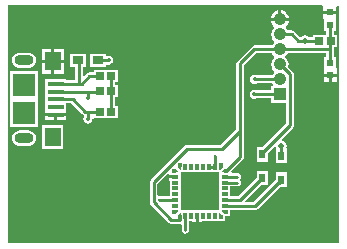
<source format=gtl>
G04*
G04 #@! TF.GenerationSoftware,Altium Limited,Altium Designer,19.0.14 (431)*
G04*
G04 Layer_Physical_Order=1*
G04 Layer_Color=255*
%FSLAX43Y43*%
%MOMM*%
G71*
G01*
G75*
%ADD13C,0.254*%
%ADD17R,0.660X0.635*%
%ADD18R,0.950X0.700*%
%ADD19R,0.500X0.800*%
%ADD20R,0.600X0.600*%
%ADD21R,1.350X0.400*%
%ADD22R,1.900X1.900*%
%ADD23R,1.400X1.600*%
%ADD39R,0.300X0.300*%
%ADD40R,0.300X0.500*%
%ADD41R,0.300X0.300*%
%ADD42R,0.500X0.300*%
%ADD43R,3.300X3.300*%
%ADD44C,1.050*%
%ADD45R,1.050X1.050*%
%ADD46O,1.600X0.900*%
%ADD47C,0.500*%
%ADD48C,0.250*%
%ADD49C,0.350*%
G36*
X26563Y20125D02*
X26671Y20079D01*
X26671Y19998D01*
Y19652D01*
X27225D01*
X27779D01*
Y19998D01*
X27873Y20109D01*
X28000Y20093D01*
X28000Y-0D01*
X0Y0D01*
X-0Y20125D01*
X26563Y20125D01*
D02*
G37*
%LPC*%
G36*
X23127Y19704D02*
Y19062D01*
X23769D01*
X23759Y19138D01*
X23680Y19328D01*
X23556Y19491D01*
X23393Y19615D01*
X23203Y19694D01*
X23127Y19704D01*
D02*
G37*
G36*
X22873D02*
X22797Y19694D01*
X22607Y19615D01*
X22444Y19491D01*
X22320Y19328D01*
X22241Y19138D01*
X22231Y19062D01*
X22873D01*
Y19704D01*
D02*
G37*
G36*
X27779Y19398D02*
X27225D01*
X26671D01*
Y18971D01*
X26725D01*
Y17975D01*
X26917D01*
Y17642D01*
X25787D01*
Y17464D01*
X25436D01*
X25301Y17555D01*
X25125Y17590D01*
X24949Y17555D01*
X24814Y17464D01*
X24675D01*
X24238Y17901D01*
X24130Y17973D01*
X24003Y17998D01*
X23647D01*
X23633Y18031D01*
X23517Y18182D01*
X23490Y18202D01*
Y18329D01*
X23556Y18379D01*
X23680Y18542D01*
X23759Y18732D01*
X23769Y18808D01*
X23000D01*
X22231D01*
X22241Y18732D01*
X22320Y18542D01*
X22444Y18379D01*
X22510Y18329D01*
Y18202D01*
X22483Y18182D01*
X22367Y18031D01*
X22294Y17854D01*
X22269Y17665D01*
X22294Y17476D01*
X22367Y17299D01*
X22483Y17148D01*
X22532Y17110D01*
Y16950D01*
X22483Y16912D01*
X22367Y16761D01*
X22353Y16728D01*
X20835D01*
X20707Y16703D01*
X20599Y16631D01*
X19409Y15441D01*
X19337Y15332D01*
X19311Y15205D01*
Y9663D01*
X17949Y8301D01*
X15130D01*
X15003Y8276D01*
X14895Y8203D01*
X12060Y5369D01*
X11988Y5261D01*
X11963Y5133D01*
Y3437D01*
X11988Y3309D01*
X12060Y3201D01*
X13522Y1739D01*
X13630Y1667D01*
X13758Y1642D01*
X14523D01*
X14540Y1645D01*
X14667Y1541D01*
Y1125D01*
X14692Y997D01*
X14764Y889D01*
X14872Y817D01*
X15000Y792D01*
X15128Y817D01*
X15236Y889D01*
X15308Y997D01*
X15333Y1125D01*
Y1825D01*
X15596D01*
Y1771D01*
X15873D01*
Y2275D01*
X16127D01*
Y1771D01*
X16404D01*
Y1825D01*
X17650D01*
Y1825D01*
X18350D01*
Y2275D01*
X18800D01*
Y2792D01*
X20875D01*
X21003Y2817D01*
X21111Y2889D01*
X22990Y4769D01*
X23002D01*
X23034Y4775D01*
X23575D01*
Y5975D01*
X22675D01*
Y5377D01*
X22616Y5338D01*
X20737Y3458D01*
X20096D01*
X20047Y3576D01*
X21372Y4900D01*
X21950D01*
Y6100D01*
X21050D01*
Y5522D01*
X19487Y3958D01*
X18800D01*
Y4792D01*
X19375D01*
X19503Y4817D01*
X19611Y4889D01*
X19683Y4997D01*
X19708Y5125D01*
X19683Y5253D01*
X19668Y5275D01*
X19618Y5375D01*
X19668Y5475D01*
X19683Y5497D01*
X19708Y5625D01*
X19683Y5753D01*
X19611Y5861D01*
X19503Y5933D01*
X19375Y5958D01*
X18935D01*
X18882Y6085D01*
X19881Y7084D01*
X19953Y7192D01*
X19978Y7320D01*
Y9525D01*
Y15067D01*
X20973Y16062D01*
X22353D01*
X22367Y16029D01*
X22483Y15878D01*
X22532Y15840D01*
Y15680D01*
X22483Y15642D01*
X22367Y15491D01*
X22294Y15314D01*
X22269Y15125D01*
X22294Y14936D01*
X22367Y14759D01*
X22483Y14608D01*
X22532Y14570D01*
Y14410D01*
X22483Y14372D01*
X22367Y14221D01*
X22353Y14188D01*
X21031D01*
X21001Y14208D01*
X20855Y14237D01*
X20709Y14208D01*
X20585Y14125D01*
X20502Y14001D01*
X20473Y13855D01*
X20502Y13709D01*
X20585Y13585D01*
X20709Y13502D01*
X20855Y13473D01*
X21001Y13502D01*
X21031Y13522D01*
X22325D01*
X22390Y13418D01*
X22335Y13310D01*
X22275D01*
Y12918D01*
X21011D01*
X20981Y12938D01*
X20835Y12967D01*
X20689Y12938D01*
X20565Y12855D01*
X20482Y12731D01*
X20453Y12585D01*
X20482Y12439D01*
X20565Y12315D01*
X20689Y12232D01*
X20835Y12203D01*
X20981Y12232D01*
X21011Y12252D01*
X22275D01*
Y11860D01*
X23519D01*
Y10140D01*
X21478Y8100D01*
X21050D01*
Y6900D01*
X21950D01*
Y7628D01*
X22542Y8221D01*
X22680Y8179D01*
X22696Y8102D01*
X22675Y7975D01*
X22675D01*
Y6775D01*
X23575D01*
Y7975D01*
X23575Y7975D01*
X23554Y8102D01*
X23584Y8250D01*
X23549Y8426D01*
X23449Y8574D01*
X23301Y8674D01*
X23196Y8695D01*
X23154Y8833D01*
X24088Y9766D01*
X24160Y9874D01*
X24185Y10002D01*
Y14273D01*
X24160Y14401D01*
X24088Y14509D01*
X23693Y14904D01*
X23706Y14936D01*
X23731Y15125D01*
X23706Y15314D01*
X23633Y15491D01*
X23517Y15642D01*
X23468Y15680D01*
Y15840D01*
X23517Y15878D01*
X23633Y16029D01*
X23647Y16062D01*
X26917D01*
Y15775D01*
X26750D01*
Y14779D01*
X26696D01*
Y14352D01*
X27250D01*
X27804D01*
Y14779D01*
X27750D01*
Y15775D01*
X27583D01*
Y16608D01*
X27813D01*
Y17642D01*
X27583D01*
Y17975D01*
X27725D01*
Y18971D01*
X27779D01*
Y19398D01*
D02*
G37*
G36*
X4729Y16429D02*
X3902D01*
Y15502D01*
X4729D01*
Y16429D01*
D02*
G37*
G36*
X3648D02*
X2821D01*
Y15502D01*
X3648D01*
Y16429D01*
D02*
G37*
G36*
X8250Y16025D02*
X6900D01*
Y14925D01*
X8250D01*
Y15041D01*
X8285Y15069D01*
X8377Y15117D01*
X8500Y15093D01*
X8646Y15122D01*
X8770Y15205D01*
X8853Y15329D01*
X8882Y15475D01*
X8853Y15621D01*
X8770Y15745D01*
X8646Y15828D01*
X8500Y15857D01*
X8377Y15833D01*
X8285Y15881D01*
X8250Y15909D01*
Y16025D01*
D02*
G37*
G36*
X1675Y16131D02*
X975D01*
X805Y16108D01*
X647Y16043D01*
X511Y15939D01*
X407Y15803D01*
X342Y15645D01*
X319Y15475D01*
X342Y15305D01*
X407Y15147D01*
X511Y15011D01*
X647Y14907D01*
X805Y14842D01*
X975Y14819D01*
X1675D01*
X1845Y14842D01*
X2003Y14907D01*
X2139Y15011D01*
X2243Y15147D01*
X2308Y15305D01*
X2331Y15475D01*
X2308Y15645D01*
X2243Y15803D01*
X2139Y15939D01*
X2003Y16043D01*
X1845Y16108D01*
X1675Y16131D01*
D02*
G37*
G36*
X4729Y15248D02*
X3902D01*
Y14321D01*
X4729D01*
Y15248D01*
D02*
G37*
G36*
X3648D02*
X2821D01*
Y14321D01*
X3648D01*
Y15248D01*
D02*
G37*
G36*
X6600Y16025D02*
X5250D01*
Y14925D01*
X5667D01*
Y13808D01*
X4875D01*
Y13875D01*
X3125D01*
Y13075D01*
Y12425D01*
Y11329D01*
X3071D01*
Y11002D01*
X4000D01*
X4929D01*
Y11329D01*
X4875D01*
Y11842D01*
X5312D01*
X6264Y10889D01*
X6372Y10817D01*
X6417Y10808D01*
Y10676D01*
X6397Y10646D01*
X6368Y10500D01*
X6397Y10354D01*
X6480Y10230D01*
X6604Y10147D01*
X6750Y10118D01*
X6896Y10147D01*
X7020Y10230D01*
X7103Y10354D01*
X7129Y10486D01*
X7132Y10500D01*
X7223Y10607D01*
X7240Y10608D01*
X7350Y10608D01*
X9263D01*
Y11642D01*
X9066D01*
Y12358D01*
X9263D01*
Y13392D01*
X9066D01*
Y13608D01*
X9263D01*
Y14642D01*
X7237D01*
Y14458D01*
X6875D01*
X6747Y14433D01*
X6639Y14361D01*
X6451Y14172D01*
X6333Y14221D01*
Y14925D01*
X6600D01*
Y16025D01*
D02*
G37*
G36*
X27804Y14098D02*
X27377D01*
Y13671D01*
X27804D01*
Y14098D01*
D02*
G37*
G36*
X27123D02*
X26696D01*
Y13671D01*
X27123D01*
Y14098D01*
D02*
G37*
G36*
X4929Y10748D02*
X4127D01*
Y10421D01*
X4929D01*
Y10748D01*
D02*
G37*
G36*
X3873D02*
X3071D01*
Y10421D01*
X3873D01*
Y10748D01*
D02*
G37*
G36*
X2475Y14525D02*
X175D01*
Y12252D01*
X175Y12225D01*
Y12125D01*
X175Y12098D01*
Y9825D01*
X2475D01*
Y12098D01*
X2475Y12125D01*
Y12225D01*
X2475Y12252D01*
Y14525D01*
D02*
G37*
G36*
X1675Y9531D02*
X975D01*
X805Y9508D01*
X647Y9443D01*
X511Y9339D01*
X407Y9203D01*
X342Y9045D01*
X319Y8875D01*
X342Y8705D01*
X407Y8547D01*
X511Y8411D01*
X647Y8307D01*
X805Y8242D01*
X975Y8219D01*
X1675D01*
X1845Y8242D01*
X2003Y8307D01*
X2139Y8411D01*
X2243Y8547D01*
X2308Y8705D01*
X2331Y8875D01*
X2308Y9045D01*
X2243Y9203D01*
X2139Y9339D01*
X2003Y9443D01*
X1845Y9508D01*
X1675Y9531D01*
D02*
G37*
G36*
X4675Y9975D02*
X2875D01*
Y7975D01*
X4675D01*
Y9975D01*
D02*
G37*
%LPD*%
G36*
X17950Y6225D02*
X17850D01*
Y6425D01*
X18150D01*
X17950Y6225D01*
D02*
G37*
G36*
X14650D02*
X14550D01*
X14350Y6425D01*
X14650D01*
Y6225D01*
D02*
G37*
G36*
X18300Y5975D02*
X18100Y5975D01*
Y6075D01*
X18300Y6275D01*
X18300Y5975D01*
D02*
G37*
G36*
X14400Y6075D02*
Y5975D01*
X14200D01*
Y6275D01*
X14400Y6075D01*
D02*
G37*
G36*
X13646Y5846D02*
Y5752D01*
X14150D01*
Y5498D01*
X13646D01*
Y5221D01*
X13700D01*
Y3958D01*
X12750D01*
X12728Y3954D01*
X12629Y4035D01*
Y4995D01*
X13529Y5895D01*
X13646Y5846D01*
D02*
G37*
G36*
X18300Y2475D02*
X18100Y2675D01*
Y2775D01*
X18300D01*
Y2475D01*
D02*
G37*
G36*
X14400Y2675D02*
X14200Y2475D01*
Y2775D01*
X14400D01*
Y2675D01*
D02*
G37*
G36*
X18150Y2325D02*
X17850D01*
Y2525D01*
X17950D01*
X18150Y2325D01*
D02*
G37*
G36*
X14650D02*
X14350D01*
X14550Y2525D01*
X14650D01*
Y2325D01*
D02*
G37*
D13*
X8733Y12875D02*
Y14125D01*
Y11125D02*
Y12875D01*
X27225Y15125D02*
X27250Y15150D01*
X23125Y7375D02*
Y8250D01*
Y7375D02*
X23125Y7375D01*
X18350Y5125D02*
X18350Y5125D01*
X17500Y6475D02*
Y7375D01*
X15000Y1125D02*
Y2275D01*
X14500Y1998D02*
Y2175D01*
X18450Y6125D02*
X19645Y7320D01*
X14500Y1998D02*
X14523Y1975D01*
X18088Y7968D02*
X19645Y9525D01*
X18350Y5625D02*
X18350Y5625D01*
X13758Y1975D02*
X14523D01*
X19645Y7320D02*
Y9525D01*
X12750Y3625D02*
X14150D01*
X14150Y3625D01*
X12296Y3437D02*
Y5133D01*
X17000Y6475D02*
X17500D01*
X12296Y5133D02*
X15130Y7968D01*
X18350Y5625D02*
X19375D01*
X15130Y7968D02*
X18088D01*
X12296Y3437D02*
X13758Y1975D01*
X18350Y5125D02*
X19375D01*
X7425Y15475D02*
X8500D01*
X6000Y13475D02*
X6225D01*
X4000D02*
X6000D01*
Y15400D01*
X6075Y15475D01*
X6875Y14125D02*
X7767D01*
X6225Y13475D02*
X6875Y14125D01*
X6750Y12825D02*
X7767D01*
X6750Y12250D02*
Y12825D01*
Y11125D02*
X7767D01*
X7767Y11125D01*
X21500Y7650D02*
X23852Y10002D01*
X21500Y7500D02*
Y7650D01*
X23852Y10002D02*
Y14273D01*
X18350Y3125D02*
X20875D01*
X22852Y5102D01*
X23002D01*
X23125Y5225D01*
Y5375D01*
X23000Y15125D02*
X23852Y14273D01*
X19625Y3625D02*
X21500Y5500D01*
X27250Y15150D02*
Y16395D01*
X24003Y17665D02*
X24537Y17131D01*
X23000Y16395D02*
X27250D01*
X19645Y9525D02*
Y15205D01*
X20835Y16395D01*
X18350Y3625D02*
X19625D01*
X20835Y12585D02*
X23000D01*
X20855Y13855D02*
X23000D01*
X20835Y16395D02*
X23000D01*
X6500Y11125D02*
X6750D01*
Y10500D02*
Y11125D01*
X4000Y12825D02*
X6750D01*
X5450Y12175D02*
X6500Y11125D01*
X4000Y12175D02*
X5450D01*
X26350Y17125D02*
Y17175D01*
X27250Y16395D02*
Y17125D01*
Y18500D01*
X23000Y17665D02*
X24003D01*
X24537Y17131D02*
X26344D01*
X26350Y17125D01*
D17*
X27283D02*
D03*
X26317D02*
D03*
X8733Y11125D02*
D03*
X7767D02*
D03*
X8733Y12875D02*
D03*
X7767D02*
D03*
X8733Y14125D02*
D03*
X7767D02*
D03*
D18*
X7575Y15475D02*
D03*
X5925D02*
D03*
D19*
X21500Y7500D02*
D03*
Y5500D02*
D03*
X23125Y7375D02*
D03*
Y5375D02*
D03*
D20*
X27250Y14225D02*
D03*
Y15275D02*
D03*
X27225Y19525D02*
D03*
Y18475D02*
D03*
D21*
X4000Y13475D02*
D03*
Y12825D02*
D03*
Y12175D02*
D03*
Y11525D02*
D03*
Y10875D02*
D03*
D22*
X1325Y13375D02*
D03*
Y10975D02*
D03*
D23*
X3775Y15375D02*
D03*
Y8975D02*
D03*
D39*
X14500Y2175D02*
D03*
X18000D02*
D03*
Y6575D02*
D03*
X14500D02*
D03*
D40*
X15000Y2275D02*
D03*
X15500D02*
D03*
X16000D02*
D03*
X16500D02*
D03*
X17000D02*
D03*
X17500D02*
D03*
Y6475D02*
D03*
X17000D02*
D03*
X16500D02*
D03*
X16000D02*
D03*
X15500D02*
D03*
X15000D02*
D03*
D41*
X18450Y2625D02*
D03*
Y6125D02*
D03*
X14050D02*
D03*
Y2625D02*
D03*
D42*
X18350Y3125D02*
D03*
Y3625D02*
D03*
Y4125D02*
D03*
Y4625D02*
D03*
Y5125D02*
D03*
Y5625D02*
D03*
X14150D02*
D03*
Y5125D02*
D03*
Y4625D02*
D03*
Y4125D02*
D03*
Y3625D02*
D03*
Y3125D02*
D03*
D43*
X16250Y4375D02*
D03*
D44*
X23000Y18935D02*
D03*
Y17665D02*
D03*
Y16395D02*
D03*
Y13855D02*
D03*
Y15125D02*
D03*
D45*
Y12585D02*
D03*
D46*
X1325Y8875D02*
D03*
Y15475D02*
D03*
D47*
X25125Y17131D02*
D03*
X23125Y8250D02*
D03*
X15250Y3375D02*
D03*
Y4375D02*
D03*
Y5375D02*
D03*
X16250Y3375D02*
D03*
Y4375D02*
D03*
Y5375D02*
D03*
X17250Y3375D02*
D03*
Y4375D02*
D03*
Y5375D02*
D03*
D48*
X19375Y5625D02*
D03*
X15000Y1125D02*
D03*
X12750Y3625D02*
D03*
X17500Y7375D02*
D03*
X19375Y5125D02*
D03*
D49*
X8500Y15475D02*
D03*
X6750Y12250D02*
D03*
X20835Y12585D02*
D03*
X20855Y13855D02*
D03*
X6750Y10500D02*
D03*
M02*

</source>
